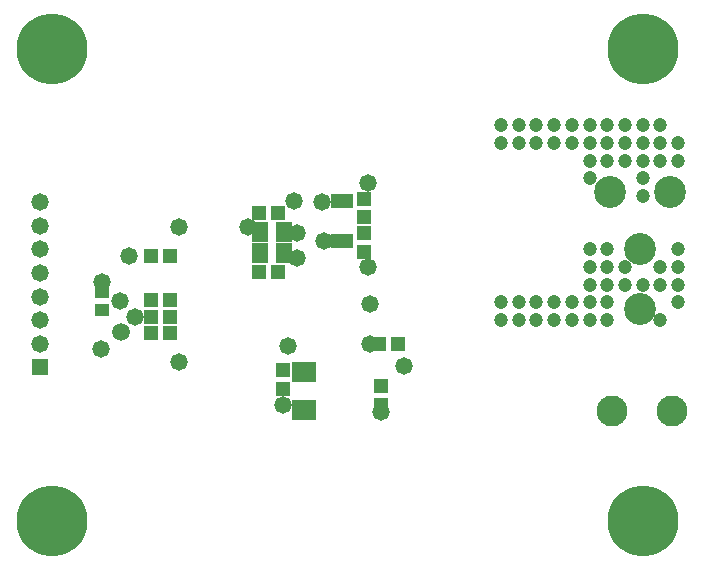
<source format=gbs>
G04 Layer_Color=16711935*
%FSLAX44Y44*%
%MOMM*%
G71*
G01*
G75*
%ADD48R,2.1032X1.6532*%
%ADD49R,1.3032X1.2032*%
%ADD58R,1.9532X1.3032*%
%ADD59R,1.4715X1.4715*%
%ADD60C,1.4715*%
%ADD61C,2.7032*%
%ADD62C,2.6162*%
%ADD63C,6.0032*%
%ADD64C,1.4732*%
%ADD65C,1.2032*%
%ADD66C,1.5032*%
%ADD67R,1.2032X1.3032*%
%ADD68R,1.4032X1.7032*%
%ADD69R,1.2532X1.0032*%
D48*
X263000Y176000D02*
D03*
Y144000D02*
D03*
D49*
X245000Y178000D02*
D03*
Y162000D02*
D03*
X328000Y164000D02*
D03*
Y148000D02*
D03*
X314000Y307000D02*
D03*
Y323000D02*
D03*
Y278000D02*
D03*
Y294000D02*
D03*
D58*
X295000Y321250D02*
D03*
Y286750D02*
D03*
D59*
X40000Y180003D02*
D03*
D60*
Y200001D02*
D03*
Y219999D02*
D03*
Y240002D02*
D03*
Y260000D02*
D03*
Y280079D02*
D03*
Y299891D02*
D03*
Y319957D02*
D03*
D61*
X573400Y328260D02*
D03*
X522600D02*
D03*
X548000Y280000D02*
D03*
Y229200D02*
D03*
D62*
X524000Y143000D02*
D03*
X574800D02*
D03*
D63*
X550000Y450000D02*
D03*
Y50000D02*
D03*
X50000D02*
D03*
Y450000D02*
D03*
D64*
X255000Y320999D02*
D03*
X256999Y272999D02*
D03*
Y293999D02*
D03*
X280000Y287000D02*
D03*
X278000Y320250D02*
D03*
X319000Y234000D02*
D03*
X317000Y336000D02*
D03*
Y265000D02*
D03*
X216000Y299000D02*
D03*
X245000Y148000D02*
D03*
X250000Y198000D02*
D03*
X319000Y200000D02*
D03*
X348000Y181000D02*
D03*
X328000Y142000D02*
D03*
X157000Y299000D02*
D03*
Y185000D02*
D03*
X115000Y274000D02*
D03*
X92000Y252000D02*
D03*
X91000Y196000D02*
D03*
X120000Y223000D02*
D03*
X107000Y236000D02*
D03*
D65*
X580000Y280000D02*
D03*
Y265000D02*
D03*
Y250000D02*
D03*
Y235000D02*
D03*
X565000Y265000D02*
D03*
Y250000D02*
D03*
Y220000D02*
D03*
X550000Y250000D02*
D03*
X535000Y265000D02*
D03*
Y250000D02*
D03*
X520000Y280000D02*
D03*
Y265000D02*
D03*
Y250000D02*
D03*
Y235000D02*
D03*
Y220000D02*
D03*
X505000Y280000D02*
D03*
Y265000D02*
D03*
Y250000D02*
D03*
Y235000D02*
D03*
Y220000D02*
D03*
X490000Y235000D02*
D03*
Y220000D02*
D03*
X475000Y235000D02*
D03*
Y220000D02*
D03*
X460000Y235000D02*
D03*
Y220000D02*
D03*
X445000Y235000D02*
D03*
Y220000D02*
D03*
X430000Y235000D02*
D03*
Y220000D02*
D03*
X580000Y370000D02*
D03*
Y355000D02*
D03*
X565000Y385000D02*
D03*
Y370000D02*
D03*
Y355000D02*
D03*
X550000Y385000D02*
D03*
Y370000D02*
D03*
Y355000D02*
D03*
Y340000D02*
D03*
Y325000D02*
D03*
X535000Y385000D02*
D03*
Y370000D02*
D03*
Y355000D02*
D03*
X520000Y385000D02*
D03*
Y370000D02*
D03*
Y355000D02*
D03*
X505000Y385000D02*
D03*
Y370000D02*
D03*
Y355000D02*
D03*
Y340000D02*
D03*
X490000Y385000D02*
D03*
Y370000D02*
D03*
X475000Y385000D02*
D03*
Y370000D02*
D03*
X460000Y385000D02*
D03*
Y370000D02*
D03*
X445000Y385000D02*
D03*
Y370000D02*
D03*
X430000Y385000D02*
D03*
Y370000D02*
D03*
D66*
X108000Y210000D02*
D03*
D67*
X327000Y200000D02*
D03*
X343000D02*
D03*
X241000Y311000D02*
D03*
X225000D02*
D03*
X225000Y261000D02*
D03*
X241000D02*
D03*
X150000Y274000D02*
D03*
X134000D02*
D03*
X150000Y237000D02*
D03*
X134000D02*
D03*
X150000Y223000D02*
D03*
X134000D02*
D03*
X150000Y209000D02*
D03*
X134000D02*
D03*
D68*
X246500Y295000D02*
D03*
X225500D02*
D03*
X246500Y277000D02*
D03*
X225500D02*
D03*
D69*
X92000Y228250D02*
D03*
Y243750D02*
D03*
M02*

</source>
